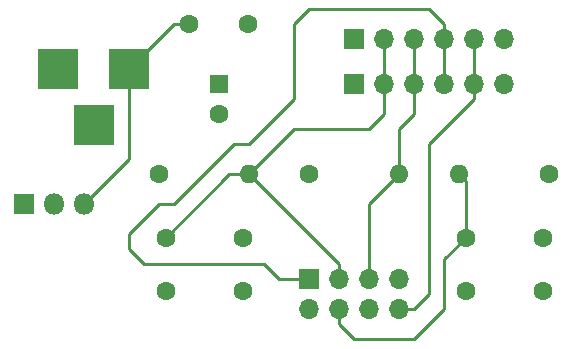
<source format=gbr>
G04 #@! TF.FileFunction,Copper,L1,Top,Signal*
%FSLAX46Y46*%
G04 Gerber Fmt 4.6, Leading zero omitted, Abs format (unit mm)*
G04 Created by KiCad (PCBNEW 4.0.5+dfsg1-4~bpo8+1) date Mon Aug 28 11:49:41 2017*
%MOMM*%
%LPD*%
G01*
G04 APERTURE LIST*
%ADD10C,0.100000*%
%ADD11R,1.600000X1.600000*%
%ADD12C,1.600000*%
%ADD13R,3.500000X3.500000*%
%ADD14R,1.700000X1.700000*%
%ADD15O,1.700000X1.700000*%
%ADD16O,1.600000X1.600000*%
%ADD17R,1.800000X1.800000*%
%ADD18O,1.800000X1.800000*%
%ADD19C,0.250000*%
G04 APERTURE END LIST*
D10*
D11*
X148590000Y-64770000D03*
D12*
X148590000Y-67270000D03*
D13*
X140970000Y-63500000D03*
X134970000Y-63500000D03*
X137970000Y-68200000D03*
D14*
X156210000Y-81280000D03*
D15*
X156210000Y-83820000D03*
X158750000Y-81280000D03*
X158750000Y-83820000D03*
X161290000Y-81280000D03*
X161290000Y-83820000D03*
X163830000Y-81280000D03*
X163830000Y-83820000D03*
D12*
X156210000Y-72390000D03*
D16*
X163830000Y-72390000D03*
D12*
X176530000Y-72390000D03*
D16*
X168910000Y-72390000D03*
D12*
X143510000Y-72390000D03*
D16*
X151130000Y-72390000D03*
D12*
X150570000Y-82260000D03*
X150570000Y-77760000D03*
X144070000Y-82260000D03*
X144070000Y-77760000D03*
X175970000Y-82260000D03*
X175970000Y-77760000D03*
X169470000Y-82260000D03*
X169470000Y-77760000D03*
D17*
X132080000Y-74930000D03*
D18*
X134620000Y-74930000D03*
X137160000Y-74930000D03*
D12*
X146050000Y-59690000D03*
X151050000Y-59690000D03*
D14*
X160020000Y-60960000D03*
D15*
X162560000Y-60960000D03*
X165100000Y-60960000D03*
X167640000Y-60960000D03*
X170180000Y-60960000D03*
X172720000Y-60960000D03*
D14*
X160020000Y-64770000D03*
D15*
X162560000Y-64770000D03*
X165100000Y-64770000D03*
X167640000Y-64770000D03*
X170180000Y-64770000D03*
X172720000Y-64770000D03*
D19*
X137160000Y-74930000D02*
X140970000Y-71120000D01*
X140970000Y-71120000D02*
X140970000Y-63500000D01*
X140970000Y-63500000D02*
X144780000Y-59690000D01*
X144780000Y-59690000D02*
X146050000Y-59690000D01*
X156210000Y-81280000D02*
X153670000Y-81280000D01*
X154940000Y-66040000D02*
X154940000Y-59690000D01*
X151130000Y-69850000D02*
X154940000Y-66040000D01*
X149860000Y-69850000D02*
X151130000Y-69850000D01*
X144780000Y-74930000D02*
X149860000Y-69850000D01*
X143510000Y-74930000D02*
X144780000Y-74930000D01*
X140970000Y-77470000D02*
X143510000Y-74930000D01*
X140970000Y-78740000D02*
X140970000Y-77470000D01*
X142240000Y-80010000D02*
X140970000Y-78740000D01*
X152400000Y-80010000D02*
X142240000Y-80010000D01*
X153670000Y-81280000D02*
X152400000Y-80010000D01*
X154940000Y-59690000D02*
X154940000Y-59690000D01*
X154940000Y-59690000D02*
X156210000Y-58420000D01*
X156210000Y-58420000D02*
X166370000Y-58420000D01*
X166370000Y-58420000D02*
X167640000Y-59690000D01*
X167640000Y-59690000D02*
X167640000Y-60960000D01*
X167640000Y-64770000D02*
X167640000Y-60960000D01*
X170180000Y-64770000D02*
X170180000Y-60960000D01*
X163830000Y-83820000D02*
X165100000Y-83820000D01*
X170180000Y-66040000D02*
X170180000Y-64770000D01*
X166370000Y-69850000D02*
X170180000Y-66040000D01*
X166370000Y-82550000D02*
X166370000Y-69850000D01*
X165100000Y-83820000D02*
X166370000Y-82550000D01*
X151130000Y-72390000D02*
X154940000Y-68580000D01*
X162560000Y-67310000D02*
X162560000Y-64770000D01*
X161290000Y-68580000D02*
X162560000Y-67310000D01*
X154940000Y-68580000D02*
X161290000Y-68580000D01*
X162560000Y-64770000D02*
X162560000Y-60960000D01*
X151130000Y-72390000D02*
X149440000Y-72390000D01*
X149440000Y-72390000D02*
X144070000Y-77760000D01*
X158750000Y-81280000D02*
X158750000Y-80010000D01*
X158750000Y-80010000D02*
X151130000Y-72390000D01*
X163830000Y-72390000D02*
X163830000Y-68580000D01*
X165100000Y-67310000D02*
X165100000Y-64770000D01*
X163830000Y-68580000D02*
X165100000Y-67310000D01*
X161290000Y-81280000D02*
X161290000Y-74930000D01*
X161290000Y-74930000D02*
X163830000Y-72390000D01*
X165100000Y-64770000D02*
X165100000Y-60960000D01*
X169470000Y-77760000D02*
X169470000Y-72950000D01*
X169470000Y-72950000D02*
X168910000Y-72390000D01*
X158750000Y-83820000D02*
X158750000Y-85090000D01*
X167640000Y-79590000D02*
X169470000Y-77760000D01*
X167640000Y-83820000D02*
X167640000Y-79590000D01*
X165100000Y-86360000D02*
X167640000Y-83820000D01*
X160020000Y-86360000D02*
X165100000Y-86360000D01*
X158750000Y-85090000D02*
X160020000Y-86360000D01*
M02*

</source>
